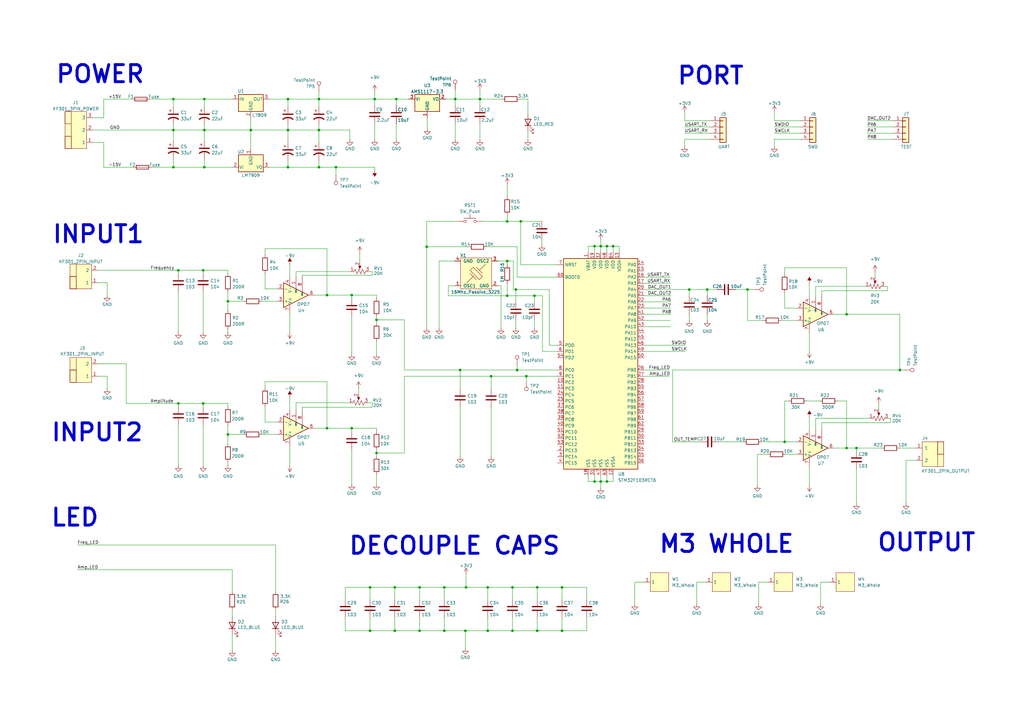
<source format=kicad_sch>
(kicad_sch (version 20211123) (generator eeschema)
  (paper "A3")
  (junction (at 154.432 185.801))
  (junction (at 290.068 118.745))
  (junction (at 188.722 151.765))
  (junction (at 248.92 197.485))
  (junction (at 243.84 100.965))
  (junction (at 220.345 240.919))
  (junction (at 190.881 258.699))
  (junction (at 154.432 131.191))
  (junction (at 137.795 68.58))
  (junction (at 182.245 258.699))
  (junction (at 282.702 118.745))
  (junction (at 215.9 154.305))
  (junction (at 172.085 258.699))
  (junction (at 144.272 121.031))
  (junction (at 208.026 90.805))
  (junction (at 83.312 165.481))
  (junction (at 246.38 100.965))
  (junction (at 83.82 40.64))
  (junction (at 220.345 258.699))
  (junction (at 211.582 118.745))
  (junction (at 200.025 240.919))
  (junction (at 321.818 181.229))
  (junction (at 130.81 53.34))
  (junction (at 118.11 40.64))
  (junction (at 134.112 121.031))
  (junction (at 347.218 183.769))
  (junction (at 175.006 101.219))
  (junction (at 369.062 151.765))
  (junction (at 182.245 240.919))
  (junction (at 83.82 68.58))
  (junction (at 201.422 154.305))
  (junction (at 161.925 258.699))
  (junction (at 200.025 258.699))
  (junction (at 196.85 40.64))
  (junction (at 219.202 121.285))
  (junction (at 153.67 40.64))
  (junction (at 102.87 53.34))
  (junction (at 71.12 68.58))
  (junction (at 208.026 107.061))
  (junction (at 213.614 90.805))
  (junction (at 83.312 110.871))
  (junction (at 151.765 258.699))
  (junction (at 172.085 240.919))
  (junction (at 73.152 165.481))
  (junction (at 347.218 128.905))
  (junction (at 210.185 258.699))
  (junction (at 130.81 68.58))
  (junction (at 134.112 175.641))
  (junction (at 306.578 118.745))
  (junction (at 246.38 197.485))
  (junction (at 151.765 240.919))
  (junction (at 230.505 258.699))
  (junction (at 230.505 240.919))
  (junction (at 118.11 53.34))
  (junction (at 73.152 110.871))
  (junction (at 130.81 40.64))
  (junction (at 93.472 123.571))
  (junction (at 71.12 40.64))
  (junction (at 162.56 40.64))
  (junction (at 248.92 100.965))
  (junction (at 93.472 178.181))
  (junction (at 212.09 151.765))
  (junction (at 161.925 240.919))
  (junction (at 71.12 53.34))
  (junction (at 208.026 121.285))
  (junction (at 210.185 240.919))
  (junction (at 144.272 175.641))
  (junction (at 351.282 183.769))
  (junction (at 186.69 40.64))
  (junction (at 83.82 53.34))
  (junction (at 243.84 197.485))
  (junction (at 251.46 100.965))
  (junction (at 118.11 68.58))
  (junction (at 191.135 240.919))
  (wire (pts (xy 201.422 167.005) (xy 201.422 187.325)))
  (wire (pts (xy 291.465 57.15) (xy 280.797 57.15)))
  (wire (pts (xy 311.15 238.76) (xy 311.15 247.65)))
  (wire (pts (xy 43.942 115.951) (xy 43.942 121.031)))
  (wire (pts (xy 93.472 165.481) (xy 93.472 166.751)))
  (wire (pts (xy 83.82 40.64) (xy 71.12 40.64)))
  (wire (pts (xy 290.068 128.905) (xy 290.068 131.445)))
  (wire (pts (xy 347.218 109.855) (xy 347.218 128.905)))
  (wire (pts (xy 144.272 121.031) (xy 154.432 121.031)))
  (wire (pts (xy 204.216 107.061) (xy 208.026 107.061)))
  (wire (pts (xy 210.566 118.745) (xy 211.582 118.745)))
  (wire (pts (xy 38.1 58.42) (xy 42.545 58.42)))
  (wire (pts (xy 230.505 240.919) (xy 230.505 245.745)))
  (wire (pts (xy 208.026 116.205) (xy 208.026 121.285)))
  (wire (pts (xy 118.872 183.261) (xy 118.872 190.881)))
  (wire (pts (xy 306.578 118.745) (xy 309.118 118.745)))
  (wire (pts (xy 154.432 129.921) (xy 154.432 131.191)))
  (wire (pts (xy 143.51 53.34) (xy 130.81 53.34)))
  (wire (pts (xy 222.504 121.285) (xy 222.504 144.145)))
  (wire (pts (xy 182.245 240.919) (xy 182.245 245.745)))
  (wire (pts (xy 83.312 165.481) (xy 93.472 165.481)))
  (wire (pts (xy 264.16 154.305) (xy 274.447 154.305)))
  (wire (pts (xy 187.706 90.805) (xy 175.006 90.805)))
  (wire (pts (xy 264.16 133.985) (xy 274.955 133.985)))
  (wire (pts (xy 330.962 164.465) (xy 336.042 164.465)))
  (wire (pts (xy 328.295 49.53) (xy 317.627 49.53)))
  (wire (pts (xy 369.062 128.905) (xy 369.062 151.765)))
  (wire (pts (xy 246.38 98.425) (xy 246.38 100.965)))
  (wire (pts (xy 248.92 197.485) (xy 248.92 194.945)))
  (wire (pts (xy 363.982 117.475) (xy 362.712 117.475)))
  (wire (pts (xy 161.925 240.919) (xy 161.925 245.745)))
  (wire (pts (xy 220.345 253.365) (xy 220.345 258.699)))
  (wire (pts (xy 225.298 141.605) (xy 228.6 141.605)))
  (wire (pts (xy 118.11 53.34) (xy 118.11 58.42)))
  (wire (pts (xy 95.25 260.35) (xy 95.25 266.7)))
  (wire (pts (xy 161.925 258.699) (xy 172.085 258.699)))
  (wire (pts (xy 107.442 178.181) (xy 113.792 178.181)))
  (wire (pts (xy 264.16 144.145) (xy 281.178 144.145)))
  (wire (pts (xy 213.614 108.585) (xy 228.6 108.585)))
  (wire (pts (xy 118.872 128.651) (xy 118.872 136.271)))
  (wire (pts (xy 210.185 253.365) (xy 210.185 258.699)))
  (wire (pts (xy 351.282 183.769) (xy 351.282 184.785)))
  (wire (pts (xy 172.085 240.919) (xy 172.085 245.745)))
  (wire (pts (xy 51.816 149.225) (xy 51.816 165.481)))
  (wire (pts (xy 110.49 40.64) (xy 118.11 40.64)))
  (wire (pts (xy 83.82 40.64) (xy 95.25 40.64)))
  (wire (pts (xy 83.82 53.34) (xy 83.82 57.785)))
  (wire (pts (xy 172.085 258.699) (xy 182.245 258.699)))
  (wire (pts (xy 93.472 174.371) (xy 93.472 178.181)))
  (wire (pts (xy 210.185 258.699) (xy 220.345 258.699)))
  (wire (pts (xy 154.432 185.801) (xy 165.862 185.801)))
  (wire (pts (xy 371.602 188.849) (xy 375.666 188.849)))
  (wire (pts (xy 154.432 194.691) (xy 154.432 198.501)))
  (wire (pts (xy 141.605 240.919) (xy 151.765 240.919)))
  (wire (pts (xy 317.627 52.07) (xy 328.295 52.07)))
  (wire (pts (xy 200.025 240.919) (xy 210.185 240.919)))
  (wire (pts (xy 248.92 100.965) (xy 248.92 103.505)))
  (wire (pts (xy 154.432 184.531) (xy 154.432 185.801)))
  (wire (pts (xy 153.67 43.18) (xy 153.67 40.64)))
  (wire (pts (xy 196.85 40.64) (xy 196.85 36.83)))
  (wire (pts (xy 144.272 121.031) (xy 144.272 122.301)))
  (wire (pts (xy 118.11 68.58) (xy 110.49 68.58)))
  (wire (pts (xy 182.245 253.365) (xy 182.245 258.699)))
  (wire (pts (xy 134.112 156.591) (xy 134.112 175.641)))
  (wire (pts (xy 93.472 123.571) (xy 93.472 127.381)))
  (wire (pts (xy 264.16 116.205) (xy 274.955 116.205)))
  (wire (pts (xy 347.218 183.769) (xy 351.282 183.769)))
  (wire (pts (xy 310.642 199.009) (xy 310.642 186.309)))
  (wire (pts (xy 199.644 101.219) (xy 212.09 101.219)))
  (wire (pts (xy 186.69 40.64) (xy 196.85 40.64)))
  (wire (pts (xy 123.952 167.005) (xy 123.952 168.021)))
  (wire (pts (xy 153.67 68.58) (xy 137.795 68.58)))
  (wire (pts (xy 220.345 258.699) (xy 230.505 258.699)))
  (wire (pts (xy 161.925 253.365) (xy 161.925 258.699)))
  (wire (pts (xy 365.252 171.577) (xy 364.236 171.577)))
  (wire (pts (xy 154.432 175.641) (xy 154.432 176.911)))
  (wire (pts (xy 188.722 151.765) (xy 212.09 151.765)))
  (wire (pts (xy 108.712 112.141) (xy 108.712 118.491)))
  (wire (pts (xy 130.81 66.04) (xy 130.81 68.58)))
  (wire (pts (xy 351.282 192.405) (xy 351.282 206.375)))
  (wire (pts (xy 264.16 238.76) (xy 260.35 238.76)))
  (wire (pts (xy 190.881 258.699) (xy 200.025 258.699)))
  (wire (pts (xy 321.818 164.465) (xy 321.818 181.229)))
  (wire (pts (xy 282.702 118.745) (xy 290.068 118.745)))
  (wire (pts (xy 93.472 189.611) (xy 93.472 190.881)))
  (wire (pts (xy 213.614 90.805) (xy 222.25 90.805)))
  (wire (pts (xy 337.058 121.285) (xy 337.058 119.253)))
  (wire (pts (xy 310.642 186.309) (xy 314.706 186.309)))
  (wire (pts (xy 113.03 242.57) (xy 113.03 223.52)))
  (wire (pts (xy 331.978 191.389) (xy 331.978 199.009)))
  (wire (pts (xy 321.818 126.365) (xy 326.898 126.365)))
  (wire (pts (xy 334.518 117.475) (xy 355.092 117.475)))
  (wire (pts (xy 118.872 108.458) (xy 118.872 113.411)))
  (wire (pts (xy 208.026 90.805) (xy 213.614 90.805)))
  (wire (pts (xy 264.16 151.765) (xy 274.447 151.765)))
  (wire (pts (xy 264.16 126.365) (xy 275.082 126.365)))
  (wire (pts (xy 251.46 100.965) (xy 254 100.965)))
  (wire (pts (xy 317.627 57.15) (xy 317.627 59.944)))
  (wire (pts (xy 230.505 258.699) (xy 240.665 258.699)))
  (wire (pts (xy 369.062 151.765) (xy 275.844 151.765)))
  (wire (pts (xy 190.881 258.699) (xy 190.881 265.811)))
  (wire (pts (xy 118.11 66.04) (xy 118.11 68.58)))
  (wire (pts (xy 280.797 57.15) (xy 280.797 59.944)))
  (wire (pts (xy 83.312 165.481) (xy 83.312 166.751)))
  (wire (pts (xy 162.56 43.18) (xy 162.56 40.64)))
  (wire (pts (xy 363.982 119.253) (xy 363.982 117.475)))
  (wire (pts (xy 129.032 175.641) (xy 134.112 175.641)))
  (wire (pts (xy 102.87 53.34) (xy 83.82 53.34)))
  (wire (pts (xy 73.152 110.871) (xy 83.312 110.871)))
  (wire (pts (xy 331.978 136.525) (xy 331.978 144.145)))
  (wire (pts (xy 137.795 68.58) (xy 137.795 71.755)))
  (wire (pts (xy 204.216 117.221) (xy 205.486 117.221)))
  (wire (pts (xy 254 100.965) (xy 254 103.505)))
  (wire (pts (xy 144.272 184.531) (xy 144.272 198.501)))
  (wire (pts (xy 241.3 100.965) (xy 243.84 100.965)))
  (wire (pts (xy 73.152 165.481) (xy 83.312 165.481)))
  (wire (pts (xy 180.086 134.493) (xy 180.086 107.061)))
  (wire (pts (xy 130.81 51.435) (xy 130.81 53.34)))
  (wire (pts (xy 347.218 164.465) (xy 347.218 183.769)))
  (wire (pts (xy 212.09 151.765) (xy 228.6 151.765)))
  (wire (pts (xy 161.925 240.919) (xy 172.085 240.919)))
  (wire (pts (xy 215.9 154.305) (xy 228.6 154.305)))
  (wire (pts (xy 83.312 174.371) (xy 83.312 190.881)))
  (wire (pts (xy 130.81 68.58) (xy 118.11 68.58)))
  (wire (pts (xy 118.11 51.435) (xy 118.11 53.34)))
  (wire (pts (xy 121.412 165.227) (xy 143.256 165.227)))
  (wire (pts (xy 118.11 53.34) (xy 102.87 53.34)))
  (wire (pts (xy 129.032 121.031) (xy 134.112 121.031)))
  (wire (pts (xy 42.545 48.26) (xy 42.545 40.64)))
  (wire (pts (xy 73.152 119.761) (xy 73.152 136.271)))
  (wire (pts (xy 331.978 116.205) (xy 331.978 121.285)))
  (wire (pts (xy 196.85 40.64) (xy 205.74 40.64)))
  (wire (pts (xy 172.085 240.919) (xy 182.245 240.919)))
  (wire (pts (xy 282.702 128.905) (xy 282.702 131.445)))
  (wire (pts (xy 208.026 121.285) (xy 219.202 121.285)))
  (wire (pts (xy 220.345 240.919) (xy 220.345 245.745)))
  (wire (pts (xy 182.245 240.919) (xy 191.135 240.919)))
  (wire (pts (xy 143.51 57.15) (xy 143.51 53.34)))
  (wire (pts (xy 121.412 168.021) (xy 121.412 165.227)))
  (wire (pts (xy 243.84 197.485) (xy 246.38 197.485)))
  (wire (pts (xy 197.866 90.805) (xy 208.026 90.805)))
  (wire (pts (xy 264.16 141.605) (xy 281.178 141.605)))
  (wire (pts (xy 317.627 54.61) (xy 328.295 54.61)))
  (wire (pts (xy 208.026 88.265) (xy 208.026 90.805)))
  (wire (pts (xy 118.11 40.64) (xy 118.11 43.815)))
  (wire (pts (xy 328.295 57.15) (xy 317.627 57.15)))
  (wire (pts (xy 285.75 238.76) (xy 285.75 247.65)))
  (wire (pts (xy 264.16 131.445) (xy 274.955 131.445)))
  (wire (pts (xy 83.82 43.815) (xy 83.82 40.64)))
  (wire (pts (xy 246.38 194.945) (xy 246.38 197.485)))
  (wire (pts (xy 196.85 40.64) (xy 196.85 43.18)))
  (wire (pts (xy 151.765 240.919) (xy 151.765 245.745)))
  (wire (pts (xy 154.432 185.801) (xy 154.432 187.071)))
  (wire (pts (xy 108.712 159.131) (xy 108.712 156.591)))
  (wire (pts (xy 243.84 100.965) (xy 246.38 100.965)))
  (wire (pts (xy 182.88 40.64) (xy 186.69 40.64)))
  (wire (pts (xy 130.81 53.34) (xy 118.11 53.34)))
  (wire (pts (xy 40.132 115.951) (xy 43.942 115.951)))
  (wire (pts (xy 73.152 112.141) (xy 73.152 110.871)))
  (wire (pts (xy 42.545 40.64) (xy 53.975 40.64)))
  (wire (pts (xy 306.578 131.445) (xy 312.928 131.445)))
  (wire (pts (xy 220.345 240.919) (xy 230.505 240.919)))
  (wire (pts (xy 336.55 238.76) (xy 336.55 247.65)))
  (wire (pts (xy 210.185 240.919) (xy 220.345 240.919)))
  (wire (pts (xy 264.16 123.825) (xy 275.082 123.825)))
  (wire (pts (xy 337.058 119.253) (xy 363.982 119.253)))
  (wire (pts (xy 40.132 110.871) (xy 73.152 110.871)))
  (wire (pts (xy 62.23 68.58) (xy 71.12 68.58)))
  (wire (pts (xy 141.605 245.745) (xy 141.605 240.919)))
  (wire (pts (xy 264.16 128.905) (xy 275.082 128.905)))
  (wire (pts (xy 172.085 253.365) (xy 172.085 258.699)))
  (wire (pts (xy 130.81 43.815) (xy 130.81 40.64)))
  (wire (pts (xy 108.712 166.751) (xy 108.712 173.101)))
  (wire (pts (xy 147.066 159.131) (xy 147.066 161.417)))
  (wire (pts (xy 219.202 121.285) (xy 222.504 121.285)))
  (wire (pts (xy 264.16 121.285) (xy 275.082 121.285)))
  (wire (pts (xy 222.25 98.425) (xy 222.25 100.457)))
  (wire (pts (xy 123.952 112.903) (xy 152.654 112.903)))
  (wire (pts (xy 321.818 164.465) (xy 323.342 164.465)))
  (wire (pts (xy 83.82 68.58) (xy 95.25 68.58)))
  (wire (pts (xy 73.152 174.371) (xy 73.152 190.881)))
  (wire (pts (xy 130.81 53.34) (xy 130.81 58.42)))
  (wire (pts (xy 264.16 118.745) (xy 282.702 118.745)))
  (wire (pts (xy 113.03 250.19) (xy 113.03 252.73)))
  (wire (pts (xy 219.202 131.445) (xy 219.202 134.493)))
  (wire (pts (xy 107.442 123.571) (xy 113.792 123.571)))
  (wire (pts (xy 154.432 140.081) (xy 154.432 145.161)))
  (wire (pts (xy 154.432 131.191) (xy 165.862 131.191)))
  (wire (pts (xy 71.12 68.58) (xy 71.12 65.405)))
  (wire (pts (xy 355.727 52.07) (xy 366.395 52.07)))
  (wire (pts (xy 351.282 183.769) (xy 361.442 183.769)))
  (wire (pts (xy 216.535 53.975) (xy 216.535 57.15)))
  (wire (pts (xy 175.26 48.26) (xy 175.26 52.705)))
  (wire (pts (xy 260.35 238.76) (xy 260.35 247.65)))
  (wire (pts (xy 93.472 123.571) (xy 99.822 123.571)))
  (wire (pts (xy 246.38 197.485) (xy 246.38 200.025)))
  (wire (pts (xy 212.09 113.665) (xy 228.6 113.665)))
  (wire (pts (xy 42.545 68.58) (xy 54.61 68.58)))
  (wire (pts (xy 61.595 40.64) (xy 71.12 40.64)))
  (wire (pts (xy 317.627 45.974) (xy 317.627 49.53)))
  (wire (pts (xy 123.952 167.005) (xy 152.654 167.005)))
  (wire (pts (xy 93.472 119.761) (xy 93.472 123.571)))
  (wire (pts (xy 290.068 118.745) (xy 294.132 118.745)))
  (wire (pts (xy 294.894 181.229) (xy 304.8 181.229)))
  (wire (pts (xy 147.574 103.759) (xy 147.574 107.569)))
  (wire (pts (xy 222.504 144.145) (xy 228.6 144.145)))
  (wire (pts (xy 165.862 154.305) (xy 201.422 154.305)))
  (wire (pts (xy 51.816 165.481) (xy 73.152 165.481)))
  (wire (pts (xy 215.9 154.305) (xy 215.9 156.21)))
  (wire (pts (xy 153.67 40.64) (xy 130.81 40.64)))
  (wire (pts (xy 93.472 110.871) (xy 93.472 112.141)))
  (wire (pts (xy 144.272 175.641) (xy 144.272 176.911)))
  (wire (pts (xy 212.09 101.219) (xy 212.09 113.665)))
  (wire (pts (xy 123.952 112.903) (xy 123.952 113.411)))
  (wire (pts (xy 280.797 45.974) (xy 280.797 49.53)))
  (wire (pts (xy 211.582 118.745) (xy 225.298 118.745)))
  (wire (pts (xy 83.312 110.871) (xy 83.312 112.141)))
  (wire (pts (xy 371.602 206.375) (xy 371.602 188.849)))
  (wire (pts (xy 191.135 235.585) (xy 191.135 240.919)))
  (wire (pts (xy 280.797 52.07) (xy 291.465 52.07)))
  (wire (pts (xy 331.978 171.069) (xy 331.978 176.149)))
  (wire (pts (xy 153.67 50.8) (xy 153.67 57.15)))
  (wire (pts (xy 71.12 53.34) (xy 71.12 51.435)))
  (wire (pts (xy 134.112 101.981) (xy 134.112 121.031)))
  (wire (pts (xy 108.712 104.521) (xy 108.712 101.981)))
  (wire (pts (xy 251.46 194.945) (xy 251.46 197.485)))
  (wire (pts (xy 246.38 100.965) (xy 248.92 100.965)))
  (wire (pts (xy 130.81 37.465) (xy 130.81 40.64)))
  (wire (pts (xy 243.84 194.945) (xy 243.84 197.485)))
  (wire (pts (xy 141.605 258.699) (xy 151.765 258.699)))
  (wire (pts (xy 151.384 111.379) (xy 152.654 111.379)))
  (wire (pts (xy 241.3 103.505) (xy 241.3 100.965)))
  (wire (pts (xy 219.202 121.285) (xy 219.202 123.825)))
  (wire (pts (xy 306.578 118.745) (xy 306.578 131.445)))
  (wire (pts (xy 201.422 154.305) (xy 201.422 159.385)))
  (wire (pts (xy 225.298 118.745) (xy 225.298 141.605)))
  (wire (pts (xy 334.518 121.285) (xy 334.518 117.475)))
  (wire (pts (xy 83.82 51.435) (xy 83.82 53.34)))
  (wire (pts (xy 162.56 50.8) (xy 162.56 57.15)))
  (wire (pts (xy 40.132 154.305) (xy 43.942 154.305)))
  (wire (pts (xy 322.326 186.309) (xy 326.898 186.309)))
  (wire (pts (xy 113.03 260.35) (xy 113.03 266.7)))
  (wire (pts (xy 196.85 50.8) (xy 196.85 57.15)))
  (wire (pts (xy 43.942 154.305) (xy 43.942 159.385)))
  (wire (pts (xy 275.844 181.229) (xy 287.274 181.229)))
  (wire (pts (xy 246.38 197.485) (xy 248.92 197.485)))
  (wire (pts (xy 246.38 100.965) (xy 246.38 103.505)))
  (wire (pts (xy 208.026 107.061) (xy 208.026 108.585)))
  (wire (pts (xy 83.82 65.405) (xy 83.82 68.58)))
  (wire (pts (xy 151.765 258.699) (xy 161.925 258.699)))
  (wire (pts (xy 334.518 171.577) (xy 356.616 171.577)))
  (wire (pts (xy 182.245 258.699) (xy 190.881 258.699)))
  (wire (pts (xy 243.84 100.965) (xy 243.84 103.505)))
  (wire (pts (xy 121.412 111.379) (xy 121.412 113.411)))
  (wire (pts (xy 165.862 185.801) (xy 165.862 154.305)))
  (wire (pts (xy 347.218 128.905) (xy 369.062 128.905)))
  (wire (pts (xy 360.426 165.481) (xy 360.426 167.767)))
  (wire (pts (xy 186.436 117.221) (xy 183.896 117.221)))
  (wire (pts (xy 321.818 120.015) (xy 321.818 126.365)))
  (wire (pts (xy 102.87 48.26) (xy 102.87 53.34)))
  (wire (pts (xy 188.722 151.765) (xy 188.722 159.385)))
  (wire (pts (xy 343.662 164.465) (xy 347.218 164.465)))
  (wire (pts (xy 31.75 233.68) (xy 95.25 233.68)))
  (wire (pts (xy 365.252 173.355) (xy 365.252 171.577)))
  (wire (pts (xy 210.185 240.919) (xy 210.185 245.745)))
  (wire (pts (xy 200.025 258.699) (xy 210.185 258.699)))
  (wire (pts (xy 93.472 178.181) (xy 99.822 178.181)))
  (wire (pts (xy 191.135 240.919) (xy 200.025 240.919)))
  (wire (pts (xy 334.518 176.149) (xy 334.518 171.577)))
  (wire (pts (xy 342.138 183.769) (xy 347.218 183.769)))
  (wire (pts (xy 213.614 90.805) (xy 213.614 108.585)))
  (wire (pts (xy 141.605 253.365) (xy 141.605 258.699)))
  (wire (pts (xy 31.75 223.52) (xy 113.03 223.52)))
  (wire (pts (xy 108.712 101.981) (xy 134.112 101.981)))
  (wire (pts (xy 83.312 119.761) (xy 83.312 136.271)))
  (wire (pts (xy 162.56 40.64) (xy 167.64 40.64)))
  (wire (pts (xy 144.272 129.921) (xy 144.272 145.161)))
  (wire (pts (xy 358.902 111.379) (xy 358.902 113.665)))
  (wire (pts (xy 118.872 162.941) (xy 118.872 168.021)))
  (wire (pts (xy 42.545 58.42) (xy 42.545 68.58)))
  (wire (pts (xy 71.12 53.34) (xy 71.12 57.785)))
  (wire (pts (xy 152.654 111.379) (xy 152.654 112.903)))
  (wire (pts (xy 321.818 181.229) (xy 326.898 181.229)))
  (wire (pts (xy 321.818 109.855) (xy 347.218 109.855)))
  (wire (pts (xy 212.09 149.86) (xy 212.09 151.765)))
  (wire (pts (xy 213.36 40.64) (xy 216.535 40.64)))
  (wire (pts (xy 210.566 107.061) (xy 210.566 118.745)))
  (wire (pts (xy 154.432 121.031) (xy 154.432 122.301)))
  (wire (pts (xy 162.56 40.64) (xy 153.67 40.64)))
  (wire (pts (xy 175.006 90.805) (xy 175.006 101.219)))
  (wire (pts (xy 83.312 110.871) (xy 93.472 110.871)))
  (wire (pts (xy 369.062 183.769) (xy 375.666 183.769)))
  (wire (pts (xy 152.654 165.227) (xy 150.876 165.227)))
  (wire (pts (xy 40.132 149.225) (xy 51.816 149.225)))
  (wire (pts (xy 186.69 36.83) (xy 186.69 40.64)))
  (wire (pts (xy 188.722 167.005) (xy 188.722 187.325)))
  (wire (pts (xy 93.472 135.001) (xy 93.472 136.271)))
  (wire (pts (xy 93.472 178.181) (xy 93.472 181.991)))
  (wire (pts (xy 208.026 107.061) (xy 210.566 107.061)))
  (wire (pts (xy 211.582 131.445) (xy 211.582 134.493)))
  (wire (pts (xy 230.505 253.365) (xy 230.505 258.699)))
  (wire (pts (xy 134.112 121.031) (xy 144.272 121.031)))
  (wire (pts (xy 320.548 131.445) (xy 326.898 131.445)))
  (wire (pts (xy 165.862 131.191) (xy 165.862 151.765)))
  (wire (pts (xy 95.25 250.19) (xy 95.25 252.73)))
  (wire (pts (xy 369.062 151.765) (xy 370.84 151.765)))
  (wire (pts (xy 282.702 118.745) (xy 282.702 121.285)))
  (wire (pts (xy 211.582 118.745) (xy 211.582 123.825)))
  (wire (pts (xy 312.42 181.229) (xy 321.818 181.229)))
  (wire (pts (xy 152.654 167.005) (xy 152.654 165.227)))
  (wire (pts (xy 38.1 53.34) (xy 71.12 53.34)))
  (wire (pts (xy 165.862 151.765) (xy 188.722 151.765)))
  (wire (pts (xy 314.96 238.76) (xy 311.15 238.76)))
  (wire (pts (xy 180.086 107.061) (xy 186.436 107.061)))
  (wire (pts (xy 366.395 57.15) (xy 355.727 57.15)))
  (wire (pts (xy 151.765 253.365) (xy 151.765 258.699)))
  (wire (pts (xy 337.058 173.355) (xy 365.252 173.355)))
  (wire (pts (xy 153.67 37.465) (xy 153.67 40.64)))
  (wire (pts (xy 301.752 118.745) (xy 306.578 118.745)))
  (wire (pts (xy 183.896 117.221) (xy 183.896 121.285)))
  (wire (pts (xy 241.3 197.485) (xy 243.84 197.485)))
  (wire (pts (xy 337.058 176.149) (xy 337.058 173.355)))
  (wire (pts (xy 154.432 131.191) (xy 154.432 132.461)))
  (wire (pts (xy 251.46 197.485) (xy 248.92 197.485)))
  (wire (pts (xy 342.138 128.905) (xy 347.218 128.905)))
  (wire (pts (xy 216.535 40.64) (xy 216.535 46.355)))
  (wire (pts (xy 200.025 240.919) (xy 200.025 245.745)))
  (wire (pts (xy 73.152 166.751) (xy 73.152 165.481)))
  (wire (pts (xy 83.82 68.58) (xy 71.12 68.58)))
  (wire (pts (xy 95.25 242.57) (xy 95.25 233.68)))
  (wire (pts (xy 240.665 240.919) (xy 240.665 245.745)))
  (wire (pts (xy 321.818 112.395) (xy 321.818 109.855)))
  (wire (pts (xy 205.486 117.221) (xy 205.486 134.493)))
  (wire (pts (xy 108.712 173.101) (xy 113.792 173.101)))
  (wire (pts (xy 251.46 100.965) (xy 251.46 103.505)))
  (wire (pts (xy 241.3 194.945) (xy 241.3 197.485)))
  (wire (pts (xy 289.56 238.76) (xy 285.75 238.76)))
  (wire (pts (xy 366.395 49.53) (xy 355.727 49.53)))
  (wire (pts (xy 208.026 75.565) (xy 208.026 80.645)))
  (wire (pts (xy 130.81 40.64) (xy 118.11 40.64)))
  (wire (pts (xy 102.87 53.34) (xy 102.87 60.96)))
  (wire (pts (xy 200.025 253.365) (xy 200.025 258.699)))
  (wire (pts (xy 83.82 53.34) (xy 71.12 53.34)))
  (wire (pts (xy 151.765 240.919) (xy 161.925 240.919)))
  (wire (pts (xy 121.412 111.379) (xy 143.764 111.379)))
  (wire (pts (xy 280.797 54.61) (xy 291.465 54.61)))
  (wire (pts (xy 248.92 100.965) (xy 251.46 100.965)))
  (wire (pts (xy 186.69 50.8) (xy 186.69 57.15)))
  (wire (pts (xy 186.69 40.64) (xy 186.69 43.18)))
  (wire (pts (xy 290.068 118.745) (xy 290.068 121.285)))
  (wire (pts (xy 144.272 175.641) (xy 154.432 175.641)))
  (wire (pts (xy 153.67 69.85) (xy 153.67 68.58)))
  (wire (pts (xy 137.795 68.58) (xy 130.81 68.58)))
  (wire (pts (xy 175.006 101.219) (xy 175.006 134.493)))
  (wire (pts (xy 264.16 113.665) (xy 274.955 113.665)))
  (wire (pts (xy 71.12 40.64) (xy 71.12 43.815)))
  (wire (pts (xy 183.896 121.285) (xy 208.026 121.285)))
  (wire (pts (xy 108.712 118.491) (xy 113.792 118.491)))
  (wire (pts (xy 38.1 48.26) (xy 42.545 48.26)))
  (wire (pts (xy 291.465 49.53) (xy 280.797 49.53)))
  (wire (pts (xy 355.727 54.61) (xy 366.395 54.61)))
  (wire (pts (xy 230.505 240.919) (xy 240.665 240.919)))
  (wire (pts (xy 108.712 156.591) (xy 134.112 156.591)))
  (wire (pts (xy 175.006 101.219) (xy 192.024 101.219)))
  (wire (pts (xy 201.422 154.305) (xy 215.9 154.305)))
  (wire (pts (xy 340.36 238.76) (xy 336.55 238.76)))
  (wire (pts (xy 240.665 258.699) (xy 240.665 253.365)))
  (wire (pts (xy 275.844 151.765) (xy 275.844 181.229)))
  (wire (pts (xy 134.112 175.641) (xy 144.272 175.641)))
  (text "PORT" (at 277.368 35.306 0) (effects (font (size 7 7) (thickness 1.2) bold) (justify left bottom)))
  (text "LED" (at 20.447 216.535 0) (effects (font (size 7 7) (thickness 1.2) bold) (justify left bottom)))
  (text "DECOUPLE CAPS" (at 142.621 228.092 0) (effects (font (size 7 7) (thickness 1.2) bold) (justify left bottom)))
  (text "POWER" (at 22.479 34.671 0) (effects (font (size 7 7) (thickness 1.2) bold) (justify left bottom)))
  (text "INPUT1" (at 21.082 100.33 0) (effects (font (size 7 7) (thickness 1.2) bold) (justify left bottom)))
  (text "OUTPUT" (at 359.41 226.695 0) (effects (font (size 7 7) (thickness 1.2) bold) (justify left bottom)))
  (text "M3 WHOLE" (at 269.875 227.33 0) (effects (font (size 7 7) (thickness 1.2) bold) (justify left bottom)))
  (text "INPUT2" (at 20.574 181.61 0) (effects (font (size 7 7) (thickness 1.2) bold) (justify left bottom)))
  (label "Amp_LED" (at 31.75 233.68 0))
  (label "+15V" (at 44.45 40.64 0))
  (label "GND" (at 45.085 53.34 0))
  (label "SWCLK" (at 317.627 54.61 0))
  (label "PA8" (at 271.526 128.905 0))
  (label "USART_TX" (at 280.797 52.07 0))
  (label "Freq_LED" (at 31.75 223.52 0))
  (label "OUT_TEMP" (at 276.352 181.229 0))
  (label "PA6" (at 355.727 52.07 0))
  (label "SWDIO" (at 317.627 52.07 0))
  (label "Amplitude" (at 61.722 165.481 0))
  (label "Amp_LED" (at 266.319 154.305 0))
  (label "PA7" (at 355.727 54.61 0))
  (label "USART_RX" (at 280.797 54.61 0))
  (label "PA8" (at 355.727 57.15 0))
  (label "Frequency" (at 61.722 110.871 0))
  (label "SWDIO" (at 275.336 141.605 0))
  (label "PA7" (at 271.526 126.365 0))
  (label "SWCLK" (at 275.336 144.145 0))
  (label "USART_RX" (at 265.43 116.205 0))
  (label "-15V" (at 44.45 68.58 0))
  (label "USART_TX" (at 265.43 113.665 0))
  (label "DAC_OUT1" (at 265.684 118.745 0))
  (label "Freq_LED" (at 266.065 151.765 0))
  (label "DAC_OUT2" (at 265.684 121.285 0))
  (label "PA6" (at 271.526 123.825 0))
  (label "DAC_OUT2" (at 355.727 49.53 0))
  (symbol (lib_id "power:GND") (at 246.38 200.025 0) (unit 1)
    (property "Reference" "#PWR0152" (effects hide))
    (property "Value" "GND" (at 246.38 203.835 0))
  )
  (symbol (lib_id "power:GND") (at 73.152 190.881 0) (unit 1)
    (property "Reference" "#PWR0139" (effects hide))
    (property "Value" "GND" (at 73.152 195.3244 0))
  )
  (symbol (lib_id "Connector:TestPoint") (at 130.81 37.465 0) (unit 1)
    (property "Reference" "TP5" (at 129.286 35.433 0) (effects (justify right)))
    (property "Value" "TestPoint" (at 129.286 32.893 0) (effects (justify right)))
    (property "Footprint" "Connector_Pin:Pin_D0.7mm_L6.5mm_W1.8mm_FlatFork" (effects hide))
  )
  (symbol (lib_id "Device:R") (at 113.03 246.38 0) (unit 1)
    (property "Reference" "R26" (at 116.713 246.761 0))
    (property "Value" "3.3K" (at 117.094 244.602 0))
    (property "Footprint" "Resistor_SMD:R_0603_1608Metric" (effects hide))
  )
  (symbol (lib_id "power:-9V") (at 331.978 171.069 0) (unit 1)
    (property "Reference" "#PWR?" (effects hide))
    (property "Value" "-9V" (at 333.375 170.2328 0) (effects (justify left)))
  )
  (symbol (lib_id "power:+3.3V") (at 280.797 45.974 0) (unit 1)
    (property "Reference" "#PWR0118" (effects hide))
    (property "Value" "+3.3V" (at 280.797 42.3982 0))
  )
  (symbol (lib_id "power:+3.3V") (at 317.627 45.974 0) (unit 1)
    (property "Reference" "#PWR0119" (effects hide))
    (property "Value" "+3.3V" (at 317.627 42.3982 0))
  )
  (symbol (lib_id "Device:R") (at 93.472 170.561 180) (unit 1)
    (property "Reference" "R7" (at 94.996 169.291 0) (effects (justify right)))
    (property "Value" "200R" (at 94.996 171.831 0) (effects (justify right)))
    (property "Footprint" "Resistor_SMD:R_0603_1608Metric" (effects hide))
  )
  (symbol (lib_id "power:GND") (at 260.35 247.65 0) (unit 1)
    (property "Reference" "#PWR0160" (effects hide))
    (property "Value" "GND" (at 260.35 251.46 0))
  )
  (symbol (lib_id "Device:R") (at 103.632 178.181 270) (unit 1)
    (property "Reference" "R9" (at 99.568 177.165 90))
    (property "Value" "10K" (at 108.458 177.165 90))
    (property "Footprint" "Resistor_SMD:R_0603_1608Metric" (effects hide))
  )
  (symbol (lib_id "Device:R") (at 93.472 185.801 180) (unit 1)
    (property "Reference" "R8" (at 94.996 184.531 0) (effects (justify right)))
    (property "Value" "200R" (at 94.996 187.071 0) (effects (justify right)))
    (property "Footprint" "Resistor_SMD:R_0603_1608Metric" (effects hide))
  )
  (symbol (lib_id "Device:R") (at 103.632 123.571 270) (unit 1)
    (property "Reference" "R3" (at 98.552 122.301 90))
    (property "Value" "10K" (at 108.712 122.301 90))
    (property "Footprint" "Resistor_SMD:R_0603_1608Metric" (effects hide))
  )
  (symbol (lib_id "power:GND") (at 211.582 134.493 0) (unit 1)
    (property "Reference" "#PWR0154" (effects hide))
    (property "Value" "GND" (at 211.582 138.303 0))
  )
  (symbol (lib_id "power:GND") (at 336.55 247.65 0) (unit 1)
    (property "Reference" "#PWR0159" (effects hide))
    (property "Value" "GND" (at 336.55 251.46 0))
  )
  (symbol (lib_id "power:+9V") (at 358.902 111.379 0) (unit 1)
    (property "Reference" "#PWR0113" (effects hide))
    (property "Value" "+9V" (at 358.902 106.299 0))
  )
  (symbol (lib_id "power:+9V") (at 153.67 37.465 0) (unit 1)
    (property "Reference" "#PWR0101" (effects hide))
    (property "Value" "+9V" (at 153.67 31.75 0))
  )
  (symbol (lib_id "Device:C") (at 351.282 188.595 0) (unit 1)
    (property "Reference" "C28" (at 352.044 186.309 0) (effects (justify left)))
    (property "Value" "103" (at 352.044 191.135 0) (effects (justify left)))
    (property "Footprint" "Capacitor_SMD:C_0603_1608Metric" (effects hide))
  )
  (symbol (lib_id "power:GND") (at 83.312 190.881 0) (unit 1)
    (property "Reference" "#PWR0138" (effects hide))
    (property "Value" "GND" (at 83.312 195.3244 0))
  )
  (symbol (lib_id "Device:C") (at 219.202 127.635 0) (unit 1)
    (property "Reference" "C23" (at 215.138 125.349 0) (effects (justify left)))
    (property "Value" "10pF" (at 214.122 130.175 0) (effects (justify left)))
    (property "Footprint" "Capacitor_SMD:C_0603_1608Metric" (effects hide))
  )
  (symbol (lib_id "Connector_Generic:Conn_01x04") (at 296.545 52.07 0) (unit 1)
    (property "Reference" "J5" (at 295.529 46.736 0) (effects (justify left)))
    (property "Value" "UART" (at 294.513 60.198 0) (effects (justify left)))
    (property "Footprint" "Connector_PinHeader_2.54mm:PinHeader_1x04_P2.54mm_Vertical" (effects hide))
  )
  (symbol (lib_id "power:GND") (at 43.942 159.385 0) (unit 1)
    (property "Reference" "#PWR0141" (effects hide))
    (property "Value" "GND" (at 43.942 163.195 0))
  )
  (symbol (lib_id "Device:C_Polarized_US") (at 71.12 47.625 0) (unit 1)
    (property "Reference" "C1" (at 74.041 46.1553 0) (effects (justify left)))
    (property "Value" "33uF" (at 74.041 48.6922 0) (effects (justify left)))
    (property "Footprint" "Capacitor_SMD:CP_Elec_6.3x5.9" (effects hide))
  )
  (symbol (lib_id "Device:Fuse") (at 58.42 68.58 90) (unit 1)
    (property "Reference" "F2" (at 54.356 67.564 90))
    (property "Value" "Fuse" (at 63.5 67.564 90))
    (property "Footprint" "Fuse:Fuse_1206_3216Metric" (effects hide))
  )
  (symbol (lib_id "Device:C") (at 151.765 249.555 0) (unit 1)
    (property "Reference" "C30" (at 152.527 247.269 0) (effects (justify left)))
    (property "Value" "103" (at 152.527 252.095 0) (effects (justify left)))
    (property "Footprint" "Capacitor_SMD:C_0603_1608Metric" (effects hide))
  )
  (symbol (lib_id "Device:C") (at 144.272 126.111 0) (unit 1)
    (property "Reference" "C15" (at 147.193 125.2763 0) (effects (justify left)))
    (property "Value" "104" (at 147.193 127.8132 0) (effects (justify left)))
    (property "Footprint" "Capacitor_SMD:C_0603_1608Metric" (effects hide))
  )
  (symbol (lib_id "power:+9V") (at 360.426 165.481 0) (unit 1)
    (property "Reference" "#PWR0116" (effects hide))
    (property "Value" "+9V" (at 360.426 160.401 0))
  )
  (symbol (lib_id "Connector:TestPoint") (at 309.118 118.745 270) (unit 1)
    (property "Reference" "TP3" (at 311.15 117.221 0) (effects (justify right)))
    (property "Value" "TestPoint" (at 313.69 117.221 0) (effects (justify right)))
    (property "Footprint" "Connector_Pin:Pin_D0.7mm_L6.5mm_W1.8mm_FlatFork" (effects hide))
  )
  (symbol (lib_id "MCU_ST_STM32F1:STM32F103RBTx") (at 246.38 149.225 0) (unit 1)
    (property "Reference" "U8" (at 253.4794 194.4354 0) (effects (justify left)))
    (property "Value" "STM32F103RCT6" (at 253.4794 196.9723 0) (effects (justify left)))
    (property "Footprint" "Package_QFP:LQFP-64_10x10mm_P0.5mm" (effects hide))
    (property "Datasheet" "http://www.st.com/st-web-ui/static/active/en/resource/technical/document/datasheet/CD00161566.pdf" (effects hide))
  )
  (symbol (lib_id "Device:R") (at 154.432 190.881 180) (unit 1)
    (property "Reference" "R13" (at 155.956 189.611 0) (effects (justify right)))
    (property "Value" "30K" (at 155.956 192.151 0) (effects (justify right)))
    (property "Footprint" "Resistor_SMD:R_0603_1608Metric" (effects hide))
  )
  (symbol (lib_id "power:GND") (at 73.152 136.271 0) (unit 1)
    (property "Reference" "#PWR0142" (effects hide))
    (property "Value" "GND" (at 73.152 140.7144 0))
  )
  (symbol (lib_id "power:GND") (at 371.602 206.375 0) (unit 1)
    (property "Reference" "#PWR0121" (effects hide))
    (property "Value" "GND" (at 371.602 210.185 0))
  )
  (symbol (lib_id "PutuoEvalBoard:M3_Whole") (at 295.91 238.76 0) (unit 1)
    (property "Reference" "W2" (at 300.99 237.4899 0) (effects (justify left)))
    (property "Value" "M3_Whole" (at 300.99 240.0299 0) (effects (justify left)))
    (property "Footprint" "myfootprint:M3_Whole" (effects hide))
  )
  (symbol (lib_id "power:+3.3V") (at 191.135 235.585 0) (unit 1)
    (property "Reference" "#PWR0157" (effects hide))
    (property "Value" "+3.3V" (at 191.135 232.0092 0))
  )
  (symbol (lib_id "power:GND") (at 95.25 266.7 0) (unit 1)
    (property "Reference" "#PWR0136" (effects hide))
    (property "Value" "GND" (at 95.25 270.51 0))
  )
  (symbol (lib_id "Device:R") (at 154.432 136.271 180) (unit 1)
    (property "Reference" "R6" (at 156.972 135.0009 0) (effects (justify right)))
    (property "Value" "30K" (at 156.972 137.5409 0) (effects (justify right)))
    (property "Footprint" "Resistor_SMD:R_0603_1608Metric" (effects hide))
  )
  (symbol (lib_id "Device:R") (at 93.472 115.951 180) (unit 1)
    (property "Reference" "R1" (at 95.25 115.1163 0) (effects (justify right)))
    (property "Value" "200R" (at 95.25 117.6532 0) (effects (justify right)))
    (property "Footprint" "Resistor_SMD:R_0603_1608Metric" (effects hide))
  )
  (symbol (lib_id "Device:C") (at 211.582 127.635 0) (unit 1)
    (property "Reference" "C22" (at 207.518 125.349 0) (effects (justify left)))
    (property "Value" "10pF" (at 206.502 130.175 0) (effects (justify left)))
    (property "Footprint" "Capacitor_SMD:C_0603_1608Metric" (effects hide))
  )
  (symbol (lib_id "Device:R") (at 93.472 131.191 0) (unit 1)
    (property "Reference" "R2" (at 95.25 130.3563 0) (effects (justify left)))
    (property "Value" "200R" (at 95.25 132.8932 0) (effects (justify left)))
    (property "Footprint" "Resistor_SMD:R_0603_1608Metric" (effects hide))
  )
  (symbol (lib_id "Device:C") (at 196.85 46.99 0) (unit 1)
    (property "Reference" "C12" (at 197.104 44.958 0) (effects (justify left)))
    (property "Value" "2.2uF" (at 197.358 49.276 0) (effects (justify left)))
    (property "Footprint" "Capacitor_SMD:C_0603_1608Metric" (effects hide))
  )
  (symbol (lib_id "Device:C_Polarized_US") (at 118.11 47.625 0) (unit 1)
    (property "Reference" "C3" (at 121.031 46.1553 0) (effects (justify left)))
    (property "Value" "33uF" (at 121.031 48.6922 0) (effects (justify left)))
    (property "Footprint" "Capacitor_SMD:CP_Elec_6.3x5.9" (effects hide))
  )
  (symbol (lib_id "Device:C") (at 73.152 170.561 0) (unit 1)
    (property "Reference" "C16" (at 76.073 169.7263 0) (effects (justify left)))
    (property "Value" "103" (at 76.073 172.2632 0) (effects (justify left)))
    (property "Footprint" "Capacitor_SMD:C_0603_1608Metric" (effects hide))
  )
  (symbol (lib_id "Device:C_Polarized_US") (at 130.81 62.23 0) (unit 1)
    (property "Reference" "C8" (at 133.731 60.7603 0) (effects (justify left)))
    (property "Value" "22uF" (at 133.731 63.2972 0) (effects (justify left)))
    (property "Footprint" "Capacitor_SMD:CP_Elec_6.3x5.9" (effects hide))
  )
  (symbol (lib_id "Device:C") (at 161.925 249.555 0) (unit 1)
    (property "Reference" "C31" (at 162.687 247.269 0) (effects (justify left)))
    (property "Value" "103" (at 162.687 252.095 0) (effects (justify left)))
    (property "Footprint" "Capacitor_SMD:C_0603_1608Metric" (effects hide))
  )
  (symbol (lib_id "Device:R") (at 321.818 116.205 0) (unit 1)
    (property "Reference" "R18" (at 323.342 115.443 0) (effects (justify left)))
    (property "Value" "10K" (at 323.342 117.729 0) (effects (justify left)))
    (property "Footprint" "Resistor_SMD:R_0603_1608Metric" (effects hide))
  )
  (symbol (lib_id "Device:C") (at 73.152 115.951 0) (unit 1)
    (property "Reference" "C13" (at 76.073 115.1163 0) (effects (justify left)))
    (property "Value" "103" (at 76.073 117.6532 0) (effects (justify left)))
    (property "Footprint" "Capacitor_SMD:C_0603_1608Metric" (effects hide))
  )
  (symbol (lib_id "Device:R") (at 154.432 180.721 180) (unit 1)
    (property "Reference" "R12" (at 155.956 179.451 0) (effects (justify right)))
    (property "Value" "10K" (at 155.956 181.991 0) (effects (justify right)))
    (property "Footprint" "Resistor_SMD:R_0603_1608Metric" (effects hide))
  )
  (symbol (lib_id "Device:C") (at 290.068 125.095 0) (unit 1)
    (property "Reference" "C25" (at 290.322 123.063 0) (effects (justify left)))
    (property "Value" "104" (at 290.322 127.127 0) (effects (justify left)))
    (property "Footprint" "Capacitor_SMD:C_0603_1608Metric" (effects hide))
  )
  (symbol (lib_id "power:GND") (at 154.432 145.161 0) (unit 1)
    (property "Reference" "#PWR0149" (effects hide))
    (property "Value" "GND" (at 154.432 148.971 0))
  )
  (symbol (lib_id "power:GND") (at 93.472 136.271 0) (unit 1)
    (property "Reference" "#PWR0143" (effects hide))
    (property "Value" "GND" (at 93.472 140.7144 0))
  )
  (symbol (lib_id "PutuoEvalBoard:KF301_2PIN-PUTUO-MCU") (at 33.782 151.765 180) (unit 1)
    (property "Reference" "J3" (at 33.782 142.8242 0))
    (property "Value" "KF301_2PIN_INPUT" (at 33.782 145.161 0))
    (property "Footprint" "myfootprint:KF301-2P" (effects hide))
  )
  (symbol (lib_id "power:GND") (at 351.282 206.375 0) (unit 1)
    (property "Reference" "#PWR0123" (effects hide))
    (property "Value" "GND" (at 351.282 210.185 0))
  )
  (symbol (lib_id "Device:C") (at 144.272 180.721 0) (unit 1)
    (property "Reference" "C18" (at 148.082 179.4509 0) (effects (justify left)))
    (property "Value" "104" (at 148.082 181.9909 0) (effects (justify left)))
    (property "Footprint" "Capacitor_SMD:C_0603_1608Metric" (effects hide))
  )
  (symbol (lib_id "power:GND") (at 188.722 187.325 0) (unit 1)
    (property "Reference" "#PWR0131" (effects hide))
    (property "Value" "GND" (at 188.722 191.135 0))
  )
  (symbol (lib_id "power:GND") (at 153.67 57.15 0) (unit 1)
    (property "Reference" "#PWR0109" (effects hide))
    (property "Value" "GND" (at 153.67 60.96 0))
  )
  (symbol (lib_id "power:GND") (at 311.15 247.65 0) (unit 1)
    (property "Reference" "#PWR0162" (effects hide))
    (property "Value" "GND" (at 311.15 251.46 0))
  )
  (symbol (lib_id "Connector_Generic:Conn_01x04") (at 371.475 52.07 0) (unit 1)
    (property "Reference" "J7" (at 370.459 46.736 0) (effects (justify left)))
    (property "Value" "TEST" (at 369.443 60.198 0) (effects (justify left)))
    (property "Footprint" "Connector_PinHeader_2.54mm:PinHeader_1x04_P2.54mm_Vertical" (effects hide))
  )
  (symbol (lib_id "power:+9V") (at 331.978 144.145 180) (unit 1)
    (property "Reference" "#PWR?" (effects hide))
    (property "Value" "+9V" (at 331.978 148.5884 0))
  )
  (symbol (lib_id "Device:C_Polarized_US") (at 83.82 61.595 0) (unit 1)
    (property "Reference" "C6" (at 86.741 60.1253 0) (effects (justify left)))
    (property "Value" "22uF" (at 86.741 62.6622 0) (effects (justify left)))
    (property "Footprint" "Capacitor_SMD:CP_Elec_6.3x5.9" (effects hide))
  )
  (symbol (lib_id "Device:C") (at 297.942 118.745 90) (unit 1)
    (property "Reference" "C26" (at 296.164 117.475 90) (effects (justify left)))
    (property "Value" "10uF" (at 304.546 117.475 90) (effects (justify left)))
    (property "Footprint" "Capacitor_SMD:C_0603_1608Metric" (effects hide))
  )
  (symbol (lib_id "Regulator_Linear:AMS1117-3.3") (at 175.26 40.64 0) (unit 1)
    (property "Reference" "U3" (at 175.26 35.0352 0))
    (property "Value" "AMS1117-3.3" (at 175.26 37.5721 0))
    (property "Footprint" "Package_TO_SOT_SMD:SOT-223-3_TabPin2" (effects hide))
    (property "Datasheet" "http://www.advanced-monolithic.com/pdf/ds1117.pdf" (effects hide))
  )
  (symbol (lib_id "Device:C") (at 230.505 249.555 0) (unit 1)
    (property "Reference" "C37" (at 231.267 247.269 0) (effects (justify left)))
    (property "Value" "104" (at 231.267 252.095 0) (effects (justify left)))
    (property "Footprint" "Capacitor_SMD:C_0603_1608Metric" (effects hide))
  )
  (symbol (lib_id "power:GND") (at 285.75 247.65 0) (unit 1)
    (property "Reference" "#PWR0161" (effects hide))
    (property "Value" "GND" (at 285.75 251.46 0))
  )
  (symbol (lib_id "Device:R") (at 154.432 126.111 180) (unit 1)
    (property "Reference" "R5" (at 156.972 124.8409 0) (effects (justify right)))
    (property "Value" "10K" (at 156.972 127.3809 0) (effects (justify right)))
    (property "Footprint" "Resistor_SMD:R_0603_1608Metric" (effects hide))
  )
  (symbol (lib_id "PutuoEvalBoard:M3_Whole") (at 270.51 238.76 0) (unit 1)
    (property "Reference" "W1" (at 275.59 237.4899 0) (effects (justify left)))
    (property "Value" "M3_Whole" (at 275.59 240.0299 0) (effects (justify left)))
    (property "Footprint" "myfootprint:M3_Whole" (effects hide))
  )
  (symbol (lib_id "power:-9V") (at 331.978 116.205 0) (unit 1)
    (property "Reference" "#PWR?" (effects hide))
    (property "Value" "-9V" (at 333.375 115.3688 0) (effects (justify left)))
  )
  (symbol (lib_id "Device:C") (at 291.084 181.229 90) (unit 1)
    (property "Reference" "C27" (at 287.782 179.959 90))
    (property "Value" "10uF" (at 295.148 179.959 90))
    (property "Footprint" "Capacitor_SMD:C_0603_1608Metric" (effects hide))
  )
  (symbol (lib_id "Connector:TestPoint") (at 137.795 71.755 180) (unit 1)
    (property "Reference" "TP7" (at 139.319 73.787 0) (effects (justify right)))
    (property "Value" "TestPoint" (at 139.319 76.327 0) (effects (justify right)))
    (property "Footprint" "Connector_Pin:Pin_D0.7mm_L6.5mm_W1.8mm_FlatFork" (effects hide))
  )
  (symbol (lib_id "Connector:TestPoint") (at 370.84 151.765 270) (unit 1)
    (property "Reference" "TP4" (at 372.872 150.241 0) (effects (justify right)))
    (property "Value" "TestPoint" (at 375.412 150.241 0) (effects (justify right)))
    (property "Footprint" "Connector_Pin:Pin_D0.7mm_L6.5mm_W1.8mm_FlatFork" (effects hide))
  )
  (symbol (lib_id "power:GND") (at 180.086 134.493 0) (unit 1)
    (property "Reference" "#PWR0146" (effects hide))
    (property "Value" "GND" (at 180.086 138.303 0))
  )
  (symbol (lib_id "power:GND") (at 144.272 198.501 0) (unit 1)
    (property "Reference" "#PWR0132" (effects hide))
    (property "Value" "GND" (at 144.272 202.311 0))
  )
  (symbol (lib_id "power:GND") (at 162.56 57.15 0) (unit 1)
    (property "Reference" "#PWR0102" (effects hide))
    (property "Value" "GND" (at 162.56 60.96 0))
  )
  (symbol (lib_id "Device:R") (at 318.516 186.309 270) (unit 1)
    (property "Reference" "R20" (at 313.69 185.039 90))
    (property "Value" "10K" (at 323.342 185.039 90))
    (property "Footprint" "Resistor_SMD:R_0603_1608Metric" (effects hide))
  )
  (symbol (lib_id "Device:LED") (at 216.535 50.165 90) (unit 1)
    (property "Reference" "D1" (at 218.821 48.641 90) (effects (justify right)))
    (property "Value" "LED_RED" (at 218.821 50.927 90) (effects (justify right)))
    (property "Footprint" "LED_SMD:LED_0603_1608Metric" (effects hide))
  )
  (symbol (lib_id "power:GND") (at 144.272 145.161 0) (unit 1)
    (property "Reference" "#PWR0148" (effects hide))
    (property "Value" "GND" (at 144.272 148.971 0))
  )
  (symbol (lib_id "Device:R") (at 195.834 101.219 270) (unit 1)
    (property "Reference" "R14" (at 191.008 100.203 90))
    (property "Value" "10K" (at 200.66 100.203 90))
    (property "Footprint" "Resistor_SMD:R_0603_1608Metric" (effects hide))
  )
  (symbol (lib_id "power:GND") (at 216.535 57.15 0) (unit 1)
    (property "Reference" "#PWR0128" (effects hide))
    (property "Value" "GND" (at 216.535 60.96 0))
  )
  (symbol (lib_id "power:GND") (at 205.486 134.493 0) (unit 1)
    (property "Reference" "#PWR0155" (effects hide))
    (property "Value" "GND" (at 205.486 138.303 0))
  )
  (symbol (lib_id "Device:C_Polarized_US") (at 130.81 47.625 0) (unit 1)
    (property "Reference" "C4" (at 133.731 46.1553 0) (effects (justify left)))
    (property "Value" "22uF" (at 133.731 48.6922 0) (effects (justify left)))
    (property "Footprint" "Capacitor_SMD:CP_Elec_6.3x5.9" (effects hide))
  )
  (symbol (lib_id "Device:R") (at 308.61 181.229 270) (unit 1)
    (property "Reference" "R19" (at 303.784 180.213 90))
    (property "Value" "10K" (at 313.436 180.213 90))
    (property "Footprint" "Resistor_SMD:R_0603_1608Metric" (effects hide))
  )
  (symbol (lib_id "power:GND") (at 113.03 266.7 0) (unit 1)
    (property "Reference" "#PWR0135" (effects hide))
    (property "Value" "GND" (at 113.03 270.51 0))
  )
  (symbol (lib_id "Device:LED") (at 95.25 256.54 90) (unit 1)
    (property "Reference" "D2" (at 97.536 255.016 90) (effects (justify right)))
    (property "Value" "LED_BLUE" (at 97.536 257.302 90) (effects (justify right)))
    (property "Footprint" "LED_SMD:LED_0603_1608Metric" (effects hide))
  )
  (symbol (lib_id "Device:C") (at 282.702 125.095 0) (unit 1)
    (property "Reference" "C24" (at 282.956 123.063 0) (effects (justify left)))
    (property "Value" "103" (at 282.956 127.127 0) (effects (justify left)))
    (property "Footprint" "Capacitor_SMD:C_0603_1608Metric" (effects hide))
  )
  (symbol (lib_id "power:+9V") (at 118.872 190.881 180) (unit 1)
    (property "Reference" "#PWR?" (effects hide))
    (property "Value" "+9V" (at 118.872 195.3244 0))
  )
  (symbol (lib_id "power:GND") (at 175.26 52.705 0) (unit 1)
    (property "Reference" "#PWR0103" (effects hide))
    (property "Value" "GND" (at 175.26 56.515 0))
  )
  (symbol (lib_id "Regulator_Linear:LM7909_TO220") (at 102.87 68.58 0) (unit 1)
    (property "Reference" "U2" (at 98.806 62.23 0))
    (property "Value" "LM7909" (at 102.87 71.882 0))
    (property "Footprint" "Package_TO_SOT_SMD:TO-263-2" (effects hide))
    (property "Datasheet" "https://www.onsemi.com/pub/Collateral/MC7900-D.PDF" (effects hide))
  )
  (symbol (lib_id "power:+3.3V") (at 246.38 98.425 0) (unit 1)
    (property "Reference" "#PWR0126" (effects hide))
    (property "Value" "+3.3V" (at 246.38 94.8492 0))
  )
  (symbol (lib_id "Connector_Generic:Conn_01x04") (at 333.375 52.07 0) (unit 1)
    (property "Reference" "J6" (at 332.359 46.736 0) (effects (justify left)))
    (property "Value" "SWD" (at 331.343 60.198 0) (effects (justify left)))
    (property "Footprint" "Connector_PinHeader_2.54mm:PinHeader_1x04_P2.54mm_Vertical" (effects hide))
  )
  (symbol (lib_id "Device:R") (at 327.152 164.465 90) (unit 1)
    (property "Reference" "R21" (at 325.628 162.179 90))
    (property "Value" "30K" (at 326.39 167.005 90))
    (property "Footprint" "Resistor_SMD:R_0603_1608Metric" (effects hide))
  )
  (symbol (lib_id "Device:C") (at 162.56 46.99 0) (unit 1)
    (property "Reference" "C10" (at 163.068 44.958 0) (effects (justify left)))
    (property "Value" "10uF" (at 163.068 49.276 0) (effects (justify left)))
    (property "Footprint" "Capacitor_SMD:C_0603_1608Metric" (effects hide))
  )
  (symbol (lib_id "power:GND") (at 222.25 100.457 0) (unit 1)
    (property "Reference" "#PWR0129" (effects hide))
    (property "Value" "GND" (at 222.25 104.267 0))
  )
  (symbol (lib_id "Device:R") (at 108.712 162.941 0) (unit 1)
    (property "Reference" "R11" (at 110.236 161.671 0) (effects (justify left)))
    (property "Value" "10K" (at 110.236 164.211 0) (effects (justify left)))
    (property "Footprint" "Resistor_SMD:R_0603_1608Metric" (effects hide))
  )
  (symbol (lib_id "Regulator_Linear:L7809") (at 102.87 40.64 0) (unit 1)
    (property "Reference" "U1" (at 98.806 37.338 0))
    (property "Value" "L7809" (at 106.426 47.244 0))
    (property "Footprint" "Package_TO_SOT_SMD:TO-263-2" (effects hide))
    (property "Datasheet" "http://www.st.com/content/ccc/resource/technical/document/datasheet/41/4f/b3/b0/12/d4/47/88/CD00000444.pdf/files/CD00000444.pdf/jcr:content/translations/en.CD00000444.pdf" (effects hide))
  )
  (symbol (lib_id "Amplifier_Operational:OP07") (at 334.518 183.769 0) (mirror x) (unit 1)
    (property "Reference" "U7" (at 336.7024 190.0682 0))
    (property "Value" "OP07" (at 337.5406 187.5282 0))
    (property "Footprint" "Package_SO:SOP-8_3.9x4.9mm_P1.27mm" (effects hide))
    (property "Datasheet" "https://www.analog.com/media/en/technical-documentation/data-sheets/OP07.pdf" (effects hide))
  )
  (symbol (lib_id "Device:C_Polarized_US") (at 83.82 47.625 0) (unit 1)
    (property "Reference" "C2" (at 86.741 46.1553 0) (effects (justify left)))
    (property "Value" "22uF" (at 86.741 48.6922 0) (effects (justify left)))
    (property "Footprint" "Capacitor_SMD:CP_Elec_6.3x5.9" (effects hide))
  )
  (symbol (lib_id "power:GND") (at 186.69 57.15 0) (unit 1)
    (property "Reference" "#PWR0105" (effects hide))
    (property "Value" "GND" (at 186.69 60.96 0))
  )
  (symbol (lib_id "power:GND") (at 282.702 131.445 0) (unit 1)
    (property "Reference" "#PWR0151" (effects hide))
    (property "Value" "GND" (at 282.702 135.8884 0))
  )
  (symbol (lib_id "Amplifier_Operational:OP07") (at 121.412 175.641 0) (mirror x) (unit 1)
    (property "Reference" "U5" (at 123.5964 181.9402 0))
    (property "Value" "OP07" (at 124.4346 179.4002 0))
    (property "Footprint" "Package_SO:SOP-8_3.9x4.9mm_P1.27mm" (effects hide))
    (property "Datasheet" "https://www.analog.com/media/en/technical-documentation/data-sheets/OP07.pdf" (effects hide))
  )
  (symbol (lib_id "Device:C") (at 210.185 249.555 0) (unit 1)
    (property "Reference" "C35" (at 210.947 247.269 0) (effects (justify left)))
    (property "Value" "104" (at 210.947 252.095 0) (effects (justify left)))
    (property "Footprint" "Capacitor_SMD:C_0603_1608Metric" (effects hide))
  )
  (symbol (lib_id "Device:C") (at 188.722 163.195 0) (unit 1)
    (property "Reference" "C19" (at 191.643 162.3603 0) (effects (justify left)))
    (property "Value" "103" (at 191.643 164.8972 0) (effects (justify left)))
    (property "Footprint" "Capacitor_SMD:C_0603_1608Metric" (effects hide))
  )
  (symbol (lib_id "Device:R_Potentiometer_US") (at 358.902 117.475 90) (unit 1)
    (property "Reference" "RV3" (at 358.902 121.285 90))
    (property "Value" "20K" (at 358.902 123.825 90))
    (property "Footprint" "myfootprint:R_Potential" (effects hide))
  )
  (symbol (lib_id "PutuoEvalBoard:16Mhz_Passive_3225_4Pin-Oscillator") (at 195.326 112.141 0) (unit 1)
    (property "Reference" "X1" (at 189.992 104.775 0))
    (property "Value" "16Mhz_Passive_3225" (at 195.072 119.761 0))
    (property "Footprint" "Oscillator:Oscillator_SMD_EuroQuartz_XO32-4Pin_3.2x2.5mm" (effects hide))
  )
  (symbol (lib_id "power:GND") (at 310.642 199.009 0) (unit 1)
    (property "Reference" "#PWR0125" (effects hide))
    (property "Value" "GND" (at 310.642 203.4524 0))
  )
  (symbol (lib_id "Device:C") (at 220.345 249.555 0) (unit 1)
    (property "Reference" "C36" (at 221.107 247.269 0) (effects (justify left)))
    (property "Value" "104" (at 221.107 252.095 0) (effects (justify left)))
    (property "Footprint" "Capacitor_SMD:C_0603_1608Metric" (effects hide))
  )
  (symbol (lib_id "power:GND") (at 175.006 134.493 0) (unit 1)
    (property "Reference" "#PWR0147" (effects hide))
    (property "Value" "GND" (at 175.006 138.303 0))
  )
  (symbol (lib_id "PutuoEvalBoard:KF301_3PIN") (at 30.988 53.34 180) (unit 1)
    (property "Reference" "J1" (at 31.0769 42.071 0))
    (property "Value" "KF301_3PIN_POWER" (at 31.0769 44.6079 0))
    (property "Footprint" "myfootprint:KF301-3P" (effects hide))
  )
  (symbol (lib_id "power:+3.3V") (at 208.026 75.565 0) (unit 1)
    (property "Reference" "#PWR0127" (effects hide))
    (property "Value" "+3.3V" (at 208.026 71.9892 0))
  )
  (symbol (lib_id "Device:C") (at 182.245 249.555 0) (unit 1)
    (property "Reference" "C33" (at 183.007 247.269 0) (effects (justify left)))
    (property "Value" "103" (at 183.007 252.095 0) (effects (justify left)))
    (property "Footprint" "Capacitor_SMD:C_0603_1608Metric" (effects hide))
  )
  (symbol (lib_id "power:GND") (at 83.312 136.271 0) (unit 1)
    (property "Reference" "#PWR0144" (effects hide))
    (property "Value" "GND" (at 83.312 140.7144 0))
  )
  (symbol (lib_id "power:GND") (at 43.942 121.031 0) (unit 1)
    (property "Reference" "#PWR0112" (effects hide))
    (property "Value" "GND" (at 43.942 124.841 0))
  )
  (symbol (lib_id "Device:C") (at 186.69 46.99 0) (unit 1)
    (property "Reference" "C11" (at 186.944 44.958 0) (effects (justify left)))
    (property "Value" "10uF" (at 187.198 49.276 0) (effects (justify left)))
    (property "Footprint" "Capacitor_SMD:C_0603_1608Metric" (effects hide))
  )
  (symbol (lib_id "Device:C") (at 83.312 170.561 0) (unit 1)
    (property "Reference" "C17" (at 86.233 169.7263 0) (effects (justify left)))
    (property "Value" "104" (at 86.233 172.2632 0) (effects (justify left)))
    (property "Footprint" "Capacitor_SMD:C_0603_1608Metric" (effects hide))
  )
  (symbol (lib_id "power:GND") (at 190.881 265.811 0) (unit 1)
    (property "Reference" "#PWR0158" (effects hide))
    (property "Value" "GND" (at 190.881 269.621 0))
  )
  (symbol (lib_id "power:+9V") (at 331.978 199.009 180) (unit 1)
    (property "Reference" "#PWR?" (effects hide))
    (property "Value" "+9V" (at 331.978 203.4524 0))
  )
  (symbol (lib_id "Connector:TestPoint") (at 215.9 156.21 180) (unit 1)
    (property "Reference" "TP2" (at 217.424 158.242 0) (effects (justify right)))
    (property "Value" "TestPoint" (at 217.424 160.782 0) (effects (justify right)))
    (property "Footprint" "Connector_Pin:Pin_D0.7mm_L6.5mm_W1.8mm_FlatFork" (effects hide))
  )
  (symbol (lib_id "power:GND") (at 143.51 57.15 0) (unit 1)
    (property "Reference" "#PWR0107" (effects hide))
    (property "Value" "GND" (at 143.51 60.96 0))
  )
  (symbol (lib_id "power:-9V") (at 153.67 69.85 180) (unit 1)
    (property "Reference" "#PWR0108" (effects hide))
    (property "Value" "-9V" (at 153.67 74.93 0))
  )
  (symbol (lib_id "power:GND") (at 154.432 198.501 0) (unit 1)
    (property "Reference" "#PWR0134" (effects hide))
    (property "Value" "GND" (at 154.432 202.311 0))
  )
  (symbol (lib_id "Device:R") (at 108.712 108.331 0) (unit 1)
    (property "Reference" "R4" (at 110.49 107.4963 0) (effects (justify left)))
    (property "Value" "10K" (at 110.49 110.0332 0) (effects (justify left)))
    (property "Footprint" "Resistor_SMD:R_0603_1608Metric" (effects hide))
  )
  (symbol (lib_id "PutuoEvalBoard:KF301_2PIN-PUTUO-MCU") (at 382.016 186.309 0) (unit 1)
    (property "Reference" "J4" (at 378.206 179.705 0) (effects (justify left)))
    (property "Value" "KF301_2PIN_OUTPUT" (at 377.952 193.167 0) (effects (justify left)))
    (property "Footprint" "myfootprint:KF301-2P" (effects hide))
  )
  (symbol (lib_id "Amplifier_Operational:OP07") (at 121.412 121.031 0) (mirror x) (unit 1)
    (property "Reference" "U4" (at 123.5964 127.3302 0))
    (property "Value" "OP07" (at 124.4346 124.7902 0))
    (property "Footprint" "Package_SO:SOP-8_3.9x4.9mm_P1.27mm" (effects hide))
    (property "Datasheet" "https://www.analog.com/media/en/technical-documentation/data-sheets/OP07.pdf" (effects hide))
  )
  (symbol (lib_id "Device:C") (at 200.025 249.555 0) (unit 1)
    (property "Reference" "C34" (at 200.787 247.269 0) (effects (justify left)))
    (property "Value" "104" (at 200.787 252.095 0) (effects (justify left)))
    (property "Footprint" "Capacitor_SMD:C_0603_1608Metric" (effects hide))
  )
  (symbol (lib_id "power:GND") (at 196.85 57.15 0) (unit 1)
    (property "Reference" "#PWR0106" (effects hide))
    (property "Value" "GND" (at 196.85 60.96 0))
  )
  (symbol (lib_id "power:GND") (at 317.627 59.944 0) (unit 1)
    (property "Reference" "#PWR0120" (effects hide))
    (property "Value" "GND" (at 317.627 63.754 0))
  )
  (symbol (lib_id "Device:R_Potentiometer_US") (at 360.426 171.577 90) (unit 1)
    (property "Reference" "RV4" (at 367.792 170.561 90))
    (property "Value" "20K" (at 367.792 172.593 90))
    (property "Footprint" "myfootprint:R_Potential" (effects hide))
  )
  (symbol (lib_id "Device:R") (at 365.252 183.769 270) (unit 1)
    (property "Reference" "R23" (at 360.172 182.499 90))
    (property "Value" "10K" (at 370.332 182.499 90))
    (property "Footprint" "Resistor_SMD:R_0603_1608Metric" (effects hide))
  )
  (symbol (lib_id "Amplifier_Operational:OP07") (at 334.518 128.905 0) (mirror x) (unit 1)
    (property "Reference" "U6" (at 336.7024 135.2042 0))
    (property "Value" "OP07" (at 337.5406 132.6642 0))
    (property "Footprint" "Package_SO:SOP-8_3.9x4.9mm_P1.27mm" (effects hide))
    (property "Datasheet" "https://www.analog.com/media/en/technical-documentation/data-sheets/OP07.pdf" (effects hide))
  )
  (symbol (lib_id "Device:R") (at 208.026 84.455 0) (unit 1)
    (property "Reference" "R15" (at 211.328 82.677 0))
    (property "Value" "10K" (at 211.328 85.217 0))
    (property "Footprint" "Resistor_SMD:R_0603_1608Metric" (effects hide))
  )
  (symbol (lib_id "Device:R_Potentiometer_US") (at 147.066 165.227 90) (unit 1)
    (property "Reference" "RV2" (at 154.686 164.211 90))
    (property "Value" "20K" (at 154.94 166.243 90))
    (property "Footprint" "myfootprint:R_Potential" (effects hide))
  )
  (symbol (lib_id "Device:C_Polarized_US") (at 118.11 62.23 0) (unit 1)
    (property "Reference" "C7" (at 121.031 60.7603 0) (effects (justify left)))
    (property "Value" "33uF" (at 121.031 63.2972 0) (effects (justify left)))
    (property "Footprint" "Capacitor_SMD:CP_Elec_6.3x5.9" (effects hide))
  )
  (symbol (lib_id "power:GND") (at 290.068 131.445 0) (unit 1)
    (property "Reference" "#PWR0150" (effects hide))
    (property "Value" "GND" (at 290.068 135.8884 0))
  )
  (symbol (lib_id "power:GND") (at 93.472 190.881 0) (unit 1)
    (property "Reference" "#PWR0140" (effects hide))
    (property "Value" "GND" (at 93.472 195.3244 0))
  )
  (symbol (lib_id "Device:R_Potentiometer_US") (at 147.574 111.379 90) (unit 1)
    (property "Reference" "RV1" (at 155.194 110.109 90))
    (property "Value" "20K" (at 155.194 112.141 90))
    (property "Footprint" "myfootprint:R_Potential" (effects hide))
  )
  (symbol (lib_id "Device:C") (at 222.25 94.615 0) (unit 1)
    (property "Reference" "C21" (at 218.186 92.329 0) (effects (justify left)))
    (property "Value" "104" (at 218.186 97.155 0) (effects (justify left)))
    (property "Footprint" "Capacitor_SMD:C_0603_1608Metric" (effects hide))
  )
  (symbol (lib_id "Switch:SW_Push") (at 192.786 90.805 0) (unit 1)
    (property "Reference" "RST1" (at 192.786 84.1842 0))
    (property "Value" "SW_Push" (at 192.786 86.7211 0))
    (property "Footprint" "Button_Switch_SMD:SW_SPST_CK_RS282G05A3" (effects hide))
  )
  (symbol (lib_id "power:+9V") (at 147.066 159.131 0) (unit 1)
    (property "Reference" "#PWR0130" (effects hide))
    (property "Value" "+9V" (at 147.066 154.051 0))
  )
  (symbol (lib_id "Device:LED") (at 113.03 256.54 90) (unit 1)
    (property "Reference" "D3" (at 115.316 255.016 90) (effects (justify right)))
    (property "Value" "LED_BLUE" (at 115.316 257.302 90) (effects (justify right)))
    (property "Footprint" "LED_SMD:LED_0603_1608Metric" (effects hide))
  )
  (symbol (lib_id "Device:C_Polarized_US") (at 71.12 61.595 0) (unit 1)
    (property "Reference" "C5" (at 74.041 60.1253 0) (effects (justify left)))
    (property "Value" "33uF" (at 74.041 62.6622 0) (effects (justify left)))
    (property "Footprint" "Capacitor_SMD:CP_Elec_6.3x5.9" (effects hide))
  )
  (symbol (lib_id "Device:R") (at 209.55 40.64 270) (unit 1)
    (property "Reference" "R24" (at 204.47 39.37 90))
    (property "Value" "3.3K" (at 214.63 39.37 90))
    (property "Footprint" "Resistor_SMD:R_0603_1608Metric" (effects hide))
  )
  (symbol (lib_id "power:GND") (at 219.202 134.493 0) (unit 1)
    (property "Reference" "#PWR0156" (effects hide))
    (property "Value" "GND" (at 219.202 138.303 0))
  )
  (symbol (lib_id "Connector:TestPoint") (at 186.69 36.83 0) (unit 1)
    (property "Reference" "TP6" (at 185.166 34.798 0) (effects (justify right)))
    (property "Value" "TestPoint" (at 185.166 32.258 0) (effects (justify right)))
    (property "Footprint" "Connector_Pin:Pin_D0.7mm_L6.5mm_W1.8mm_FlatFork" (effects hide))
  )
  (symbol (lib_id "Device:C") (at 240.665 249.555 0) (unit 1)
    (property "Reference" "C38" (at 241.427 247.269 0) (effects (justify left)))
    (property "Value" "104" (at 241.427 252.095 0) (effects (justify left)))
    (property "Footprint" "Capacitor_SMD:C_0603_1608Metric" (effects hide))
  )
  (symbol (lib_id "Device:R") (at 95.25 246.38 0) (unit 1)
    (property "Reference" "R25" (at 98.806 246.888 0))
    (property "Value" "3.3K" (at 99.06 244.602 0))
    (property "Footprint" "Resistor_SMD:R_0603_1608Metric" (effects hide))
  )
  (symbol (lib_id "Device:R") (at 339.852 164.465 90) (unit 1)
    (property "Reference" "R22" (at 338.328 162.179 90))
    (property "Value" "300R" (at 339.598 167.005 90))
    (property "Footprint" "Resistor_SMD:R_0603_1608Metric" (effects hide))
  )
  (symbol (lib_id "power:+9V") (at 118.872 136.271 180) (unit 1)
    (property "Reference" "#PWR?" (effects hide))
    (property "Value" "+9V" (at 118.872 140.7144 0))
  )
  (symbol (lib_id "PutuoEvalBoard:M3_Whole") (at 321.31 238.76 0) (unit 1)
    (property "Reference" "W3" (at 326.39 237.4899 0) (effects (justify left)))
    (property "Value" "M3_Whole" (at 326.39 240.0299 0) (effects (justify left)))
    (property "Footprint" "myfootprint:M3_Whole" (effects hide))
  )
  (symbol (lib_id "Device:C") (at 201.422 163.195 0) (unit 1)
    (property "Reference" "C20" (at 204.343 162.3603 0) (effects (justify left)))
    (property "Value" "103" (at 204.343 164.8972 0) (effects (justify left)))
    (property "Footprint" "Capacitor_SMD:C_0603_1608Metric" (effects hide))
  )
  (symbol (lib_id "Device:C") (at 172.085 249.555 0) (unit 1)
    (property "Reference" "C32" (at 172.847 247.269 0) (effects (justify left)))
    (property "Value" "103" (at 172.847 252.095 0) (effects (justify left)))
    (property "Footprint" "Capacitor_SMD:C_0603_1608Metric" (effects hide))
  )
  (symbol (lib_id "Device:R") (at 208.026 112.395 180) (unit 1)
    (property "Reference" "R16" (at 205.994 111.633 90) (effects (justify right)))
    (property "Value" "1M" (at 205.994 115.951 90) (effects (justify right)))
    (property "Footprint" "Resistor_SMD:R_0603_1608Metric" (effects hide))
  )
  (symbol (lib_id "Device:C") (at 153.67 46.99 0) (unit 1)
    (property "Reference" "C9" (at 154.178 44.958 0) (effects (justify left)))
    (property "Value" "2.2uF" (at 154.432 49.276 0) (effects (justify left)))
    (property "Footprint" "Capacitor_SMD:C_0603_1608Metric" (effects hide))
  )
  (symbol (lib_id "Device:R") (at 316.738 131.445 270) (unit 1)
    (property "Reference" "R17" (at 311.658 130.175 90))
    (property "Value" "10K" (at 321.818 130.175 90))
    (property "Footprint" "Resistor_SMD:R_0603_1608Metric" (effects hide))
  )
  (symbol (lib_id "power:-9V") (at 118.872 108.458 0) (unit 1)
    (property "Reference" "#PWR?" (effects hide))
    (property "Value" "-9V" (at 118.872 104.8822 0))
  )
  (symbol (lib_id "power:-9V") (at 118.872 162.941 0) (unit 1)
    (property "Reference" "#PWR?" (effects hide))
    (property "Value" "-9V" (at 118.872 159.3652 0))
  )
  (symbol (lib_id "Device:Fuse") (at 57.785 40.64 90) (unit 1)
    (property "Reference" "F1" (at 53.721 39.624 90))
    (property "Value" "Fuse" (at 63.119 39.624 90))
    (property "Footprint" "Fuse:Fuse_1206_3216Metric" (effects hide))
  )
  (symbol (lib_id "PutuoEvalBoard:KF301_2PIN-PUTUO-MCU") (at 33.782 113.411 180) (unit 1)
    (property "Reference" "J2" (at 33.147 104.7582 0))
    (property "Value" "KF301_2PIN_INPUT" (at 33.147 107.2951 0))
    (property "Footprint" "myfootprint:KF301-2P" (effects hide))
  )
  (symbol (lib_id "power:GND") (at 201.422 187.325 0) (unit 1)
    (property "Reference" "#PWR0153" (effects hide))
    (property "Value" "GND" (at 201.422 191.135 0))
  )
  (symbol (lib_id "PutuoEvalBoard:M3_Whole") (at 346.71 238.76 0) (unit 1)
    (property "Reference" "W4" (at 351.79 237.4899 0) (effects (justify left)))
    (property "Value" "M3_Whole" (at 351.79 240.0299 0) (effects (justify left)))
    (property "Footprint" "myfootprint:M3_Whole" (effects hide))
  )
  (symbol (lib_id "power:GND") (at 280.797 59.944 0) (unit 1)
    (property "Reference" "#PWR0117" (effects hide))
    (property "Value" "GND" (at 280.797 63.754 0))
  )
  (symbol (lib_id "Device:C") (at 141.605 249.555 0) (unit 1)
    (property "Reference" "C29" (at 142.367 247.269 0) (effects (justify left)))
    (property "Value" "103" (at 142.367 252.095 0) (effects (justify left)))
    (property "Footprint" "Capacitor_SMD:C_0603_1608Metric" (effects hide))
  )
  (symbol (lib_id "Connector:TestPoint") (at 212.09 149.86 0) (unit 1)
    (property "Reference" "TP1" (at 213.868 145.288 0) (effects (justify left)))
    (property "Value" "TestPoint" (at 213.995 147.828 0) (effects (justify left)))
    (property "Footprint" "Connector_Pin:Pin_D0.7mm_L6.5mm_W1.8mm_FlatFork" (effects hide))
  )
  (symbol (lib_id "power:+9V") (at 147.574 103.759 0) (unit 1)
    (property "Reference" "#PWR0111" (effects hide))
    (property "Value" "+9V" (at 147.574 98.679 0))
  )
  (symbol (lib_id "Device:C") (at 83.312 115.951 0) (unit 1)
    (property "Reference" "C14" (at 86.233 115.1163 0) (effects (justify left)))
    (property "Value" "104" (at 86.233 117.6532 0) (effects (justify left)))
    (property "Footprint" "Capacitor_SMD:C_0603_1608Metric" (effects hide))
  )
  (symbol (lib_id "power:+3.3V") (at 196.85 36.83 0) (unit 1)
    (property "Reference" "#PWR0104" (effects hide))
    (property "Value" "+3.3V" (at 196.85 33.2542 0))
  )
)
</source>
